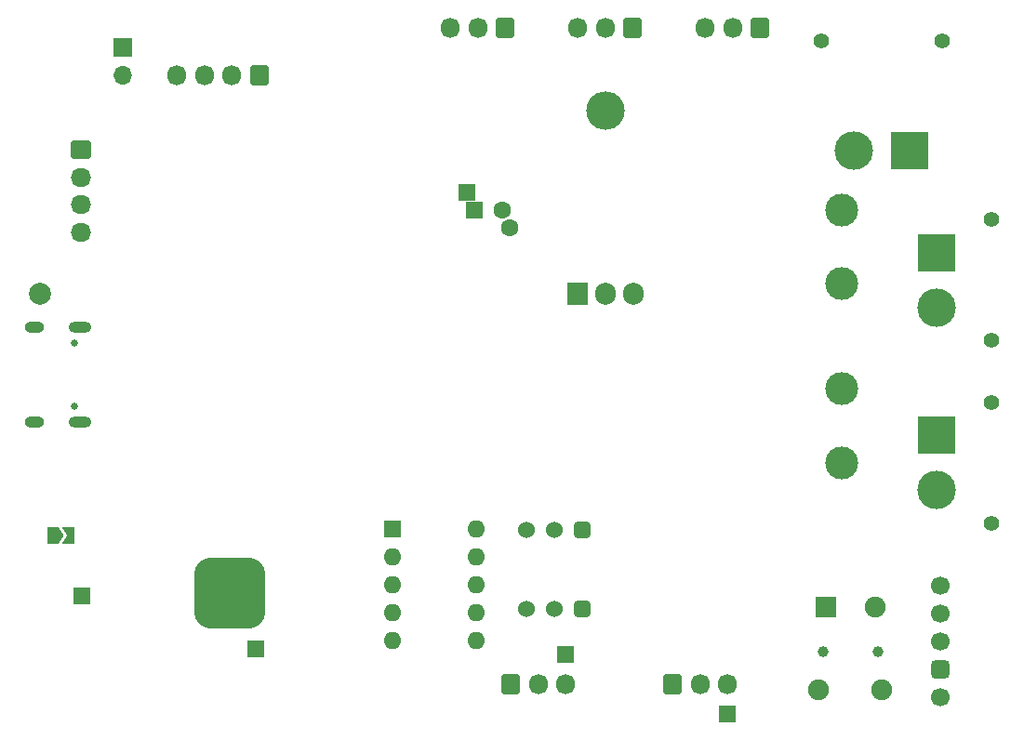
<source format=gbr>
%TF.GenerationSoftware,KiCad,Pcbnew,(6.0.11)*%
%TF.CreationDate,2024-02-29T08:20:34+09:00*%
%TF.ProjectId,Pole,506f6c65-2e6b-4696-9361-645f70636258,rev?*%
%TF.SameCoordinates,Original*%
%TF.FileFunction,Soldermask,Bot*%
%TF.FilePolarity,Negative*%
%FSLAX46Y46*%
G04 Gerber Fmt 4.6, Leading zero omitted, Abs format (unit mm)*
G04 Created by KiCad (PCBNEW (6.0.11)) date 2024-02-29 08:20:34*
%MOMM*%
%LPD*%
G01*
G04 APERTURE LIST*
G04 Aperture macros list*
%AMRoundRect*
0 Rectangle with rounded corners*
0 $1 Rounding radius*
0 $2 $3 $4 $5 $6 $7 $8 $9 X,Y pos of 4 corners*
0 Add a 4 corners polygon primitive as box body*
4,1,4,$2,$3,$4,$5,$6,$7,$8,$9,$2,$3,0*
0 Add four circle primitives for the rounded corners*
1,1,$1+$1,$2,$3*
1,1,$1+$1,$4,$5*
1,1,$1+$1,$6,$7*
1,1,$1+$1,$8,$9*
0 Add four rect primitives between the rounded corners*
20,1,$1+$1,$2,$3,$4,$5,0*
20,1,$1+$1,$4,$5,$6,$7,0*
20,1,$1+$1,$6,$7,$8,$9,0*
20,1,$1+$1,$8,$9,$2,$3,0*%
%AMFreePoly0*
4,1,6,1.000000,0.000000,0.500000,-0.750000,-0.500000,-0.750000,-0.500000,0.750000,0.500000,0.750000,1.000000,0.000000,1.000000,0.000000,$1*%
%AMFreePoly1*
4,1,6,0.500000,-0.750000,-0.650000,-0.750000,-0.150000,0.000000,-0.650000,0.750000,0.500000,0.750000,0.500000,-0.750000,0.500000,-0.750000,$1*%
G04 Aperture macros list end*
%ADD10C,1.700000*%
%ADD11RoundRect,0.425000X0.425000X0.425000X-0.425000X0.425000X-0.425000X-0.425000X0.425000X-0.425000X0*%
%ADD12RoundRect,0.250000X0.600000X0.675000X-0.600000X0.675000X-0.600000X-0.675000X0.600000X-0.675000X0*%
%ADD13O,1.700000X1.850000*%
%ADD14C,1.000000*%
%ADD15R,1.900000X1.900000*%
%ADD16C,1.900000*%
%ADD17C,0.650000*%
%ADD18O,2.100000X1.000000*%
%ADD19O,1.800000X1.000000*%
%ADD20C,2.000000*%
%ADD21RoundRect,0.381000X-0.381000X0.381000X-0.381000X-0.381000X0.381000X-0.381000X0.381000X0.381000X0*%
%ADD22C,1.524000*%
%ADD23RoundRect,0.250000X-0.675000X0.600000X-0.675000X-0.600000X0.675000X-0.600000X0.675000X0.600000X0*%
%ADD24O,1.850000X1.700000*%
%ADD25R,1.600000X1.600000*%
%ADD26C,1.600000*%
%ADD27C,1.400000*%
%ADD28R,3.500000X3.500000*%
%ADD29C,3.500000*%
%ADD30C,3.000000*%
%ADD31O,1.600000X1.600000*%
%ADD32O,3.500000X3.500000*%
%ADD33R,1.905000X2.000000*%
%ADD34O,1.905000X2.000000*%
%ADD35RoundRect,0.250000X-0.600000X-0.675000X0.600000X-0.675000X0.600000X0.675000X-0.600000X0.675000X0*%
%ADD36R,1.700000X1.700000*%
%ADD37O,1.700000X1.700000*%
%ADD38RoundRect,1.625000X1.625000X1.625000X-1.625000X1.625000X-1.625000X-1.625000X1.625000X-1.625000X0*%
%ADD39R,1.500000X1.500000*%
%ADD40FreePoly0,0.000000*%
%ADD41FreePoly1,0.000000*%
G04 APERTURE END LIST*
D10*
%TO.C,SW2*%
X210120000Y-114590000D03*
X210120000Y-124750000D03*
D11*
X210120000Y-122210000D03*
D10*
X210120000Y-119670000D03*
X210120000Y-117130000D03*
%TD*%
D12*
%TO.C,J13*%
X148122619Y-68078465D03*
D13*
X145622619Y-68078465D03*
X143122619Y-68078465D03*
X140622619Y-68078465D03*
%TD*%
D14*
%TO.C,J6*%
X199400000Y-120540000D03*
X204400000Y-120540000D03*
D15*
X199650000Y-116540000D03*
D16*
X204150000Y-116540000D03*
X199000000Y-124040000D03*
X204800000Y-124040000D03*
%TD*%
D12*
%TO.C,J11*%
X170500000Y-63750000D03*
D13*
X168000000Y-63750000D03*
X165500000Y-63750000D03*
%TD*%
D17*
%TO.C,J4*%
X131305000Y-98230000D03*
X131305000Y-92450000D03*
D18*
X131825000Y-91020000D03*
D19*
X127625000Y-99660000D03*
X127625000Y-91020000D03*
D18*
X131825000Y-99660000D03*
%TD*%
D20*
%TO.C,TP5*%
X128120000Y-87970000D03*
%TD*%
D21*
%TO.C,SW6*%
X177540000Y-116640000D03*
D22*
X175000000Y-116640000D03*
X172460000Y-116640000D03*
%TD*%
D23*
%TO.C,J12*%
X131912619Y-74868465D03*
D24*
X131912619Y-77368465D03*
X131912619Y-79868465D03*
X131912619Y-82368465D03*
%TD*%
D12*
%TO.C,J10*%
X182100000Y-63750000D03*
D13*
X179600000Y-63750000D03*
X177100000Y-63750000D03*
%TD*%
D25*
%TO.C,C35*%
X167720001Y-80320000D03*
X167049064Y-78720000D03*
D26*
X170220001Y-80320000D03*
X170890938Y-81920000D03*
%TD*%
D21*
%TO.C,SW3*%
X177540000Y-109500000D03*
D22*
X175000000Y-109500000D03*
X172460000Y-109500000D03*
%TD*%
D12*
%TO.C,J9*%
X193700000Y-63750000D03*
D13*
X191200000Y-63750000D03*
X188700000Y-63750000D03*
%TD*%
D27*
%TO.C,J1*%
X199270000Y-64955000D03*
X210270000Y-64955000D03*
D28*
X207270000Y-74955000D03*
D29*
X202270000Y-74955000D03*
%TD*%
D30*
%TO.C,F1*%
X201132619Y-96638465D03*
X201132619Y-103338465D03*
X201132619Y-80338465D03*
X201132619Y-87038465D03*
%TD*%
D25*
%TO.C,SW1*%
X160200000Y-109385000D03*
D31*
X160200000Y-111925000D03*
X160200000Y-114465000D03*
X160200000Y-117005000D03*
X160200000Y-119545000D03*
X167820000Y-119545000D03*
X167820000Y-117005000D03*
X167820000Y-114465000D03*
X167820000Y-111925000D03*
X167820000Y-109385000D03*
%TD*%
D27*
%TO.C,J3*%
X214789999Y-81230000D03*
X214789999Y-92230000D03*
D28*
X209789999Y-84230000D03*
D29*
X209789999Y-89230000D03*
%TD*%
D32*
%TO.C,D28*%
X179600000Y-71320000D03*
D33*
X177060000Y-87980000D03*
D34*
X179600000Y-87980000D03*
X182140000Y-87980000D03*
%TD*%
D35*
%TO.C,J8*%
X185750000Y-123500000D03*
D13*
X188250000Y-123500000D03*
X190750000Y-123500000D03*
%TD*%
D36*
%TO.C,JP2*%
X135712619Y-65498465D03*
D37*
X135712619Y-68038465D03*
%TD*%
D27*
%TO.C,J2*%
X214769999Y-97840000D03*
X214769999Y-108840000D03*
D28*
X209769999Y-100840000D03*
D29*
X209769999Y-105840000D03*
%TD*%
D35*
%TO.C,J7*%
X171000000Y-123500000D03*
D13*
X173500000Y-123500000D03*
X176000000Y-123500000D03*
%TD*%
D38*
%TO.C,U4*%
X145460000Y-115205000D03*
%TD*%
D39*
%TO.C,H7*%
X190750000Y-126250000D03*
%TD*%
%TO.C,H6*%
X176000000Y-120810000D03*
%TD*%
D40*
%TO.C,JP1*%
X129295000Y-110000000D03*
D41*
X130745000Y-110000000D03*
%TD*%
D39*
%TO.C,H4*%
X131990000Y-115460000D03*
%TD*%
%TO.C,H3*%
X147780000Y-120280000D03*
%TD*%
M02*

</source>
